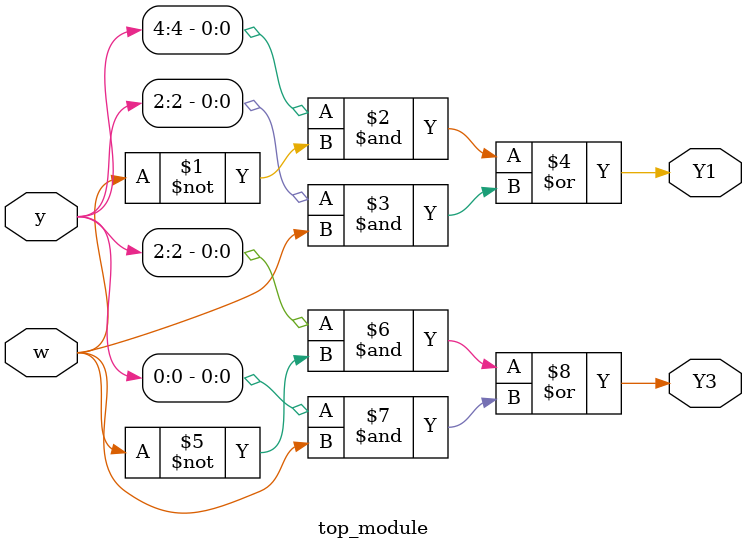
<source format=sv>
module top_module (
	input [5:0] y,
	input w,
	output Y1,
	output Y3
);
	
	// flip-flop Y1
	assign Y1 = (y[4] & ~w) | (y[2] & w);
	
	// flip-flop Y3
	assign Y3 = (y[2] & ~w) | (y[0] & w);

endmodule

</source>
